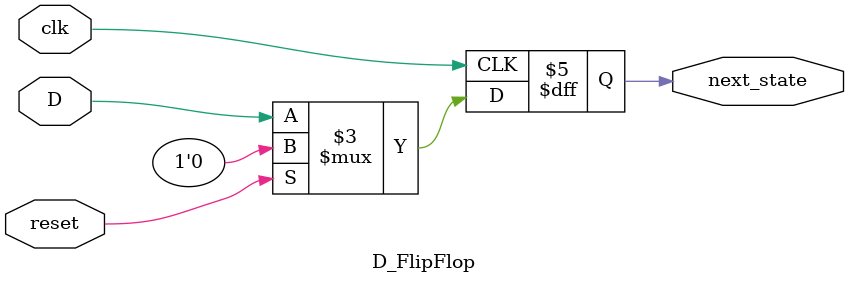
<source format=v>
`timescale 1ns / 1ps


module D_FlipFlop(
    input D,
    input reset,
    input clk,
    output reg next_state
    );
   always@(posedge clk)
        if (reset)
            next_state=1'b0;
        else 
            next_state=D;
endmodule

</source>
